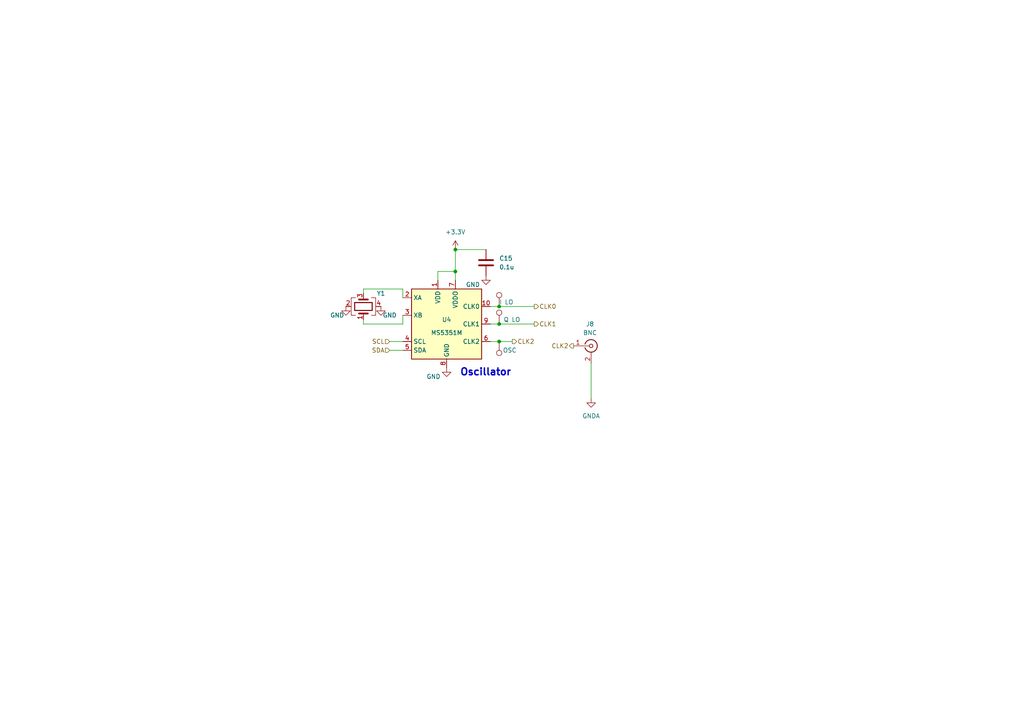
<source format=kicad_sch>
(kicad_sch (version 20250114) (generator "eeschema") (generator_version "9.0")
  (paper "A4")
  (title_block (title "Si5351a Module") (date "2025-01-28") (rev "0.11") (company "WWU") (comment 1 "Rob Frohne"))
  (lib_symbols
    (symbol "+3.3V_1" (power) (pin_names (offset 0))
      (property "Value" "+3.3V_1" (at 0 3.556 0))
      (symbol "+3.3V_1_0_1"
        (polyline (pts (xy -0.762 1.27) (xy 0 2.54)))
        (polyline (pts (xy 0 2.54) (xy 0.762 1.27)))
        (polyline (pts (xy 0 0) (xy 0 2.54)))
      )
      (symbol "+3.3V_1_1_1"
        (pin power_in line (at 0 0 90) (length 0) (hide yes) (name "+3.3V") (number "1"))
      )
    )
    (symbol "Connector:Conn_Coaxial" (pin_names (offset 1.016) (hide yes))
      (property "Reference" "J" (at 0.254 3.048 0))
      (property "Value" "Conn_Coaxial" (at 2.921 0 90))
      (symbol "Conn_Coaxial_0_1"
        (polyline (pts (xy -2.54 0) (xy -0.508 0)))
        (arc (start 1.778 0) (mid 0.222 -1.8079) (end -1.778 -0.508) (stroke (width 0.254)))
        (arc (start -1.778 0.508) (mid 0.2221 1.8084) (end 1.778 0) (stroke (width 0.254)))
        (circle (center 0 0) (radius 0.508) (stroke (width 0.2032)))
        (polyline (pts (xy 0 -2.54) (xy 0 -1.778)))
      )
      (symbol "Conn_Coaxial_1_1"
        (pin passive line (at -5.08 0 0) (length 2.54) (name "In") (number "1"))
        (pin passive line (at 0 -5.08 90) (length 2.54) (name "Ext") (number "2"))
      )
    )
    (symbol "Connector:TestPoint" (pin_numbers (hide yes)) (pin_names (offset 0.762) (hide yes))
      (property "Reference" "TP" (at 0 6.858 0))
      (property "Value" "TestPoint" (at 0 5.08 0))
      (symbol "TestPoint_0_1"
        (circle (center 0 3.302) (radius 0.762))
      )
      (symbol "TestPoint_1_1"
        (pin passive line (at 0 0 90) (length 2.54) (name "1") (number "1"))
      )
    )
    (symbol "Device:C" (pin_numbers (hide yes)) (pin_names (offset 0.254))
      (property "Reference" "C" (at 0.635 2.54 0))
      (property "Value" "C" (at 0.635 -2.54 0))
      (symbol "C_0_1"
        (polyline (pts (xy -2.032 0.762) (xy 2.032 0.762)) (stroke (width 0.508)))
        (polyline (pts (xy -2.032 -0.762) (xy 2.032 -0.762)) (stroke (width 0.508)))
      )
      (symbol "C_1_1"
        (pin passive line (at 0 3.81 270) (length 2.794) (name "~") (number "1"))
        (pin passive line (at 0 -3.81 90) (length 2.794) (name "~") (number "2"))
      )
    )
    (symbol "Device:Crystal_GND24" (pin_names (offset 1.016) (hide yes))
      (property "Reference" "Y" (at 3.175 5.08 0))
      (property "Value" "Crystal_GND24" (at 3.175 3.175 0))
      (symbol "Crystal_GND24_0_1"
        (polyline (pts (xy -2.54 2.286) (xy -2.54 3.556) (xy 2.54 3.556) (xy 2.54 2.286)))
        (polyline (pts (xy -2.54 0) (xy -2.032 0)))
        (polyline (pts (xy -2.54 -2.286) (xy -2.54 -3.556) (xy 2.54 -3.556) (xy 2.54 -2.286)))
        (polyline (pts (xy -2.032 -1.27) (xy -2.032 1.27)) (stroke (width 0.508)))
        (rectangle (start -1.143 2.54) (end 1.143 -2.54) (stroke (width 0.3048)))
        (polyline (pts (xy 0 3.556) (xy 0 3.81)))
        (polyline (pts (xy 0 -3.81) (xy 0 -3.556)))
        (polyline (pts (xy 2.032 0) (xy 2.54 0)))
        (polyline (pts (xy 2.032 -1.27) (xy 2.032 1.27)) (stroke (width 0.508)))
      )
      (symbol "Crystal_GND24_1_1"
        (pin passive line (at -3.81 0 0) (length 1.27) (name "1") (number "1"))
        (pin passive line (at 0 5.08 270) (length 1.27) (name "2") (number "2"))
        (pin passive line (at 0 -5.08 90) (length 1.27) (name "4") (number "4"))
        (pin passive line (at 3.81 0 180) (length 1.27) (name "3") (number "3"))
      )
    )
    (symbol "GND_1" (power) (pin_names (offset 0))
      (property "Value" "GND_1" (at 0 -3.81 0))
      (symbol "GND_1_0_1"
        (polyline (pts (xy 0 0) (xy 0 -1.27) (xy 1.27 -1.27) (xy 0 -2.54) (xy -1.27 -1.27) (xy 0 -1.27)))
      )
      (symbol "GND_1_1_1"
        (pin power_in line (at 0 0 270) (length 0) (hide yes) (name "GND") (number "1"))
      )
    )
    (symbol "Oscillator:Si5351A-B-GT"
      (property "Reference" "U" (at -8.89 11.43 0))
      (property "Value" "Si5351A-B-GT" (at -12.7 -12.7 0))
      (symbol "Si5351A-B-GT_0_1"
        (rectangle (start -10.16 10.16) (end 10.16 -10.16) (stroke (width 0.254)) (fill (type background)))
      )
      (symbol "Si5351A-B-GT_1_1"
        (pin input line (at -12.7 7.62 0) (length 2.54) (name "XA") (number "2"))
        (pin input line (at -12.7 2.54 0) (length 2.54) (name "XB") (number "3"))
        (pin input line (at -12.7 -5.08 0) (length 2.54) (name "SCL") (number "4"))
        (pin bidirectional line (at -12.7 -7.62 0) (length 2.54) (name "SDA") (number "5"))
        (pin power_in line (at -2.54 12.7 270) (length 2.54) (name "VDD") (number "1"))
        (pin power_in line (at 0 -12.7 90) (length 2.54) (name "GND") (number "8"))
        (pin power_in line (at 2.54 12.7 270) (length 2.54) (name "VDDO") (number "7"))
        (pin output line (at 12.7 5.08 180) (length 2.54) (name "CLK0") (number "10"))
        (pin output line (at 12.7 0 180) (length 2.54) (name "CLK1") (number "9"))
        (pin output line (at 12.7 -5.08 180) (length 2.54) (name "CLK2") (number "6"))
      )
    )
    (symbol "power:GNDA" (power) (pin_names (offset 0))
      (property "Value" "GNDA" (at 0 -3.81 0))
      (symbol "GNDA_0_1"
        (polyline (pts (xy 0 0) (xy 0 -1.27) (xy 1.27 -1.27) (xy 0 -2.54) (xy -1.27 -1.27) (xy 0 -1.27)))
      )
      (symbol "GNDA_1_1"
        (pin power_in line (at 0 0 270) (length 0) (hide yes) (name "GNDA") (number "1"))
      )
    )
  )
  (text "Oscillator" (at 133.35 109.22 0) (effects (font (size 2.0066 2.0066) (thickness 0.4013) (bold yes)) (justify left bottom)))
  (junction (at 132.08 72.39))
  (junction (at 144.78 93.98))
  (junction (at 144.78 99.06))
  (junction (at 144.78 88.9))
  (junction (at 132.08 78.74))
  (wire (pts (xy 132.08 78.74) (xy 132.08 81.28)))
  (wire (pts (xy 105.41 93.98) (xy 116.84 93.98)))
  (wire (pts (xy 113.03 101.6) (xy 116.84 101.6)))
  (wire (pts (xy 116.84 93.98) (xy 116.84 91.44)))
  (wire (pts (xy 127 78.74) (xy 132.08 78.74)))
  (wire (pts (xy 144.78 99.06) (xy 148.59 99.06)))
  (wire (pts (xy 105.41 92.71) (xy 105.41 93.98)))
  (wire (pts (xy 132.08 72.39) (xy 140.97 72.39)))
  (wire (pts (xy 105.41 85.09) (xy 105.41 83.82)))
  (wire (pts (xy 105.41 83.82) (xy 116.84 83.82)))
  (wire (pts (xy 171.45 105.41) (xy 171.45 115.57)))
  (wire (pts (xy 142.24 99.06) (xy 144.78 99.06)))
  (wire (pts (xy 116.84 83.82) (xy 116.84 86.36)))
  (wire (pts (xy 144.78 88.9) (xy 154.94 88.9)))
  (wire (pts (xy 132.08 72.39) (xy 132.08 78.74)))
  (wire (pts (xy 142.24 88.9) (xy 144.78 88.9)))
  (wire (pts (xy 142.24 93.98) (xy 144.78 93.98)))
  (wire (pts (xy 127 78.74) (xy 127 81.28)))
  (wire (pts (xy 144.78 93.98) (xy 154.94 93.98)))
  (wire (pts (xy 113.03 99.06) (xy 116.84 99.06)))
  (hierarchical_label "SDA" (shape input) (at 113.03 101.6 180))
  (hierarchical_label "CLK1" (shape output) (at 154.94 93.98 0))
  (hierarchical_label "CLK0" (shape output) (at 154.94 88.9 0))
  (hierarchical_label "CLK2" (shape output) (at 166.37 100.33 180))
  (hierarchical_label "CLK2" (shape output) (at 148.59 99.06 0))
  (hierarchical_label "SCL" (shape input) (at 113.03 99.06 180))
  (symbol (lib_id "Connector:Conn_Coaxial") (at 171.45 100.33 0) (unit 1)
    (property "Reference" "J8" (at 171.1326 93.98 0))
    (property "Value" "BNC" (at 171.1326 96.52 0))
    (property "Footprint" "Connector_Coaxial:BNC_TEConnectivity_1478204_Vertical" (effects (hide yes)))
  )
  (symbol (lib_id "Connector:TestPoint") (at 144.78 88.9 0) (unit 1)
    (property "Reference" "TP3" (effects (hide yes)))
    (property "Value" "I LO" (at 144.78 87.63 0) (effects (justify left)))
    (property "Footprint" "TestPoint:TestPoint_THTPad_D1.0mm_Drill0.5mm" (effects (hide yes)))
  )
  (symbol (lib_id "Device:Crystal_GND24") (at 105.41 88.9 90) (unit 1)
    (property "Reference" "Y1" (at 110.49 85.09 90))
    (property "Value" "X322525MSB4SI" (effects (hide yes)))
    (property "Footprint" "Crystal:Crystal_SMD_3225-4Pin_3.2x2.5mm" (effects (hide yes)))
    (property "Datasheet" "https://datasheet.lcsc.com/lcsc/2304140030_YXC-X322525MOB4SI_C9006.pdf" (effects (hide yes)))
    (property "LCSC" "C9006" (effects (hide yes)))
  )
  (symbol (lib_id "Connector:TestPoint") (at 144.78 99.06 180) (unit 1)
    (property "Reference" "TP5" (effects (hide yes)))
    (property "Value" "OSC" (at 149.86 101.6 0) (effects (justify left)))
    (property "Footprint" "TestPoint:TestPoint_THTPad_D1.0mm_Drill0.5mm" (effects (hide yes)))
  )
  (symbol (lib_id "Oscillator:Si5351A-B-GT") (at 129.54 93.98 0) (unit 1)
    (property "Reference" "U4" (at 129.54 92.71 0))
    (property "Value" "MS5351M" (at 129.54 96.52 0))
    (property "Footprint" "Package_SO:MSOP-10_3x3mm_P0.5mm" (effects (hide yes)))
    (property "Datasheet" "https://qrp-labs.com/images/synth/ms5351m.pdf" (effects (hide yes)))
    (property "LCSC" "C1509083" (effects (hide yes)))
    (property "JLC" "Extended" (effects (hide yes)))
    (property "JLCPCB Rotation Offset" "270" (effects (hide yes)))
  )
  (symbol (lib_name "+3.3V_1") (lib_id "power:+3.3V") (at 132.08 72.39 0) (unit 1)
    (property "Reference" "#PWR036" (effects (hide yes)))
    (property "Value" "+3.3V" (at 132.08 67.31 0))
  )
  (symbol (lib_id "Connector:TestPoint") (at 144.78 93.98 0) (unit 1)
    (property "Reference" "TP4" (effects (hide yes)))
    (property "Value" "Q LO" (at 146.05 92.71 0) (effects (justify left)))
    (property "Footprint" "TestPoint:TestPoint_THTPad_D1.0mm_Drill0.5mm" (effects (hide yes)))
  )
  (symbol (lib_name "GND_1") (lib_id "power:GND") (at 129.54 106.68 0) (unit 1)
    (property "Reference" "#PWR035" (effects (hide yes)))
    (property "Value" "GND" (at 125.73 109.22 0))
  )
  (symbol (lib_name "GND_1") (lib_id "power:GND") (at 100.33 88.9 0) (unit 1)
    (property "Reference" "#PWR033" (effects (hide yes)))
    (property "Value" "GND" (at 97.79 91.44 0))
  )
  (symbol (lib_name "GND_1") (lib_id "power:GND") (at 110.49 88.9 0) (unit 1)
    (property "Reference" "#PWR034" (effects (hide yes)))
    (property "Value" "GND" (at 113.03 91.44 0))
  )
  (symbol (lib_id "Device:C") (at 140.97 76.2 180) (unit 1)
    (property "Reference" "C15" (at 144.78 74.93 0) (effects (justify right)))
    (property "Value" "0.1u" (at 144.78 77.47 0) (effects (justify right)))
    (property "Footprint" "Capacitor_SMD:C_0805_2012Metric" (effects (hide yes)))
    (property "Datasheet" "https://datasheet.lcsc.com/lcsc/2304140030_YAGEO-CC0805KRX7R9BB104_C49678.pdf" (effects (hide yes)))
    (property "LCSC" "C49678" (effects (hide yes)))
  )
  (symbol (lib_name "GND_1") (lib_id "power:GND") (at 140.97 80.01 0) (unit 1)
    (property "Reference" "#PWR037" (effects (hide yes)))
    (property "Value" "GND" (at 137.16 82.55 0))
  )
  (symbol (lib_id "power:GNDA") (at 171.45 115.57 0) (unit 1)
    (property "Reference" "#PWR038" (effects (hide yes)))
    (property "Value" "GNDA" (at 171.45 120.65 0))
  )
)
</source>
